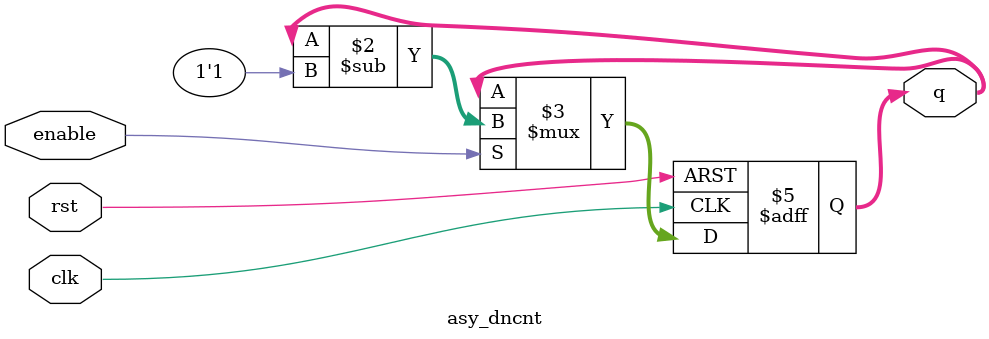
<source format=v>

module asy_dncnt #(parameter N = 4)(
input clk, rst, enable,
output reg [N-1:0]q);

	always @(posedge clk or posedge rst) begin    // For asynchronous reset applied immediately to Q
		if(rst)
			q <= {N{1'b1}};
		else if (enable)
			q <= q - 1'b1;
	end

endmodule

</source>
